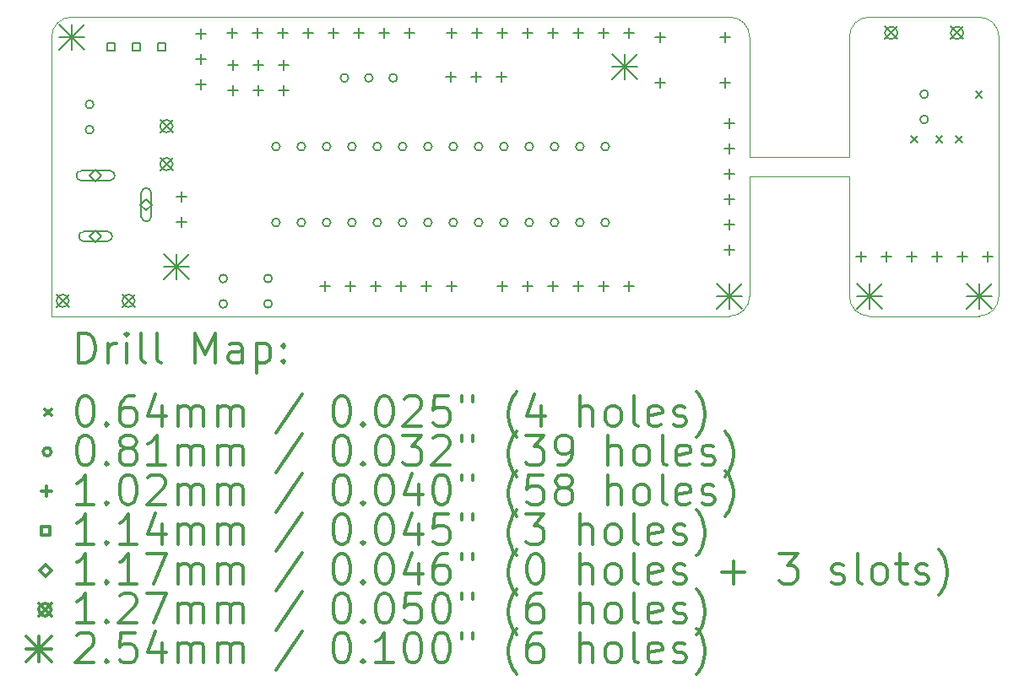
<source format=gbr>
%FSLAX45Y45*%
G04 Gerber Fmt 4.5, Leading zero omitted, Abs format (unit mm)*
G04 Created by KiCad (PCBNEW (2014-11-14 BZR 5284)-product) date Mon Dec  1 14:26:41 2014*
%MOMM*%
G01*
G04 APERTURE LIST*
%ADD10C,0.127000*%
%ADD11C,0.100000*%
%ADD12C,0.200000*%
%ADD13C,0.300000*%
G04 APERTURE END LIST*
D10*
D11*
X11000000Y-4600000D02*
X11000000Y-5800000D01*
X10000000Y-4600000D02*
X11000000Y-4600000D01*
X10000000Y-5800000D02*
X10000000Y-4600000D01*
X11000000Y-4400000D02*
X11000000Y-3200000D01*
X10000000Y-4400000D02*
X11000000Y-4400000D01*
X10000000Y-3200000D02*
X10000000Y-4400000D01*
X12300000Y-3000000D02*
X11200000Y-3000000D01*
X12500000Y-5800000D02*
X12500000Y-3200000D01*
X11200000Y-6000000D02*
X12300000Y-6000000D01*
X12300000Y-6000000D02*
G75*
G03X12500000Y-5800000I0J200000D01*
G01*
X11000000Y-5800000D02*
G75*
G03X11200000Y-6000000I200000J0D01*
G01*
X12500000Y-3200000D02*
G75*
G03X12300000Y-3000000I-200000J0D01*
G01*
X11200000Y-3000000D02*
G75*
G03X11000000Y-3200000I0J-200000D01*
G01*
X10000000Y-3200000D02*
G75*
G03X9800000Y-3000000I-200000J0D01*
G01*
X9800000Y-6000000D02*
G75*
G03X10000000Y-5800000I0J200000D01*
G01*
X3200000Y-3000000D02*
G75*
G03X3000000Y-3200000I0J-200000D01*
G01*
X3000000Y-6000000D02*
X3000000Y-3200000D01*
X9800000Y-6000000D02*
X3000000Y-6000000D01*
X3200000Y-3000000D02*
X9800000Y-3000000D01*
D12*
X11618250Y-4193250D02*
X11681750Y-4256750D01*
X11681750Y-4193250D02*
X11618250Y-4256750D01*
X11868250Y-4193250D02*
X11931750Y-4256750D01*
X11931750Y-4193250D02*
X11868250Y-4256750D01*
X12068250Y-4193250D02*
X12131750Y-4256750D01*
X12131750Y-4193250D02*
X12068250Y-4256750D01*
X12268250Y-3743250D02*
X12331750Y-3806750D01*
X12331750Y-3743250D02*
X12268250Y-3806750D01*
X3420640Y-3876000D02*
G75*
G03X3420640Y-3876000I-40640J0D01*
G01*
X3420640Y-4130000D02*
G75*
G03X3420640Y-4130000I-40640J0D01*
G01*
X4760640Y-5623000D02*
G75*
G03X4760640Y-5623000I-40640J0D01*
G01*
X4760640Y-5877000D02*
G75*
G03X4760640Y-5877000I-40640J0D01*
G01*
X5210640Y-5623000D02*
G75*
G03X5210640Y-5623000I-40640J0D01*
G01*
X5210640Y-5877000D02*
G75*
G03X5210640Y-5877000I-40640J0D01*
G01*
X5289640Y-4299000D02*
G75*
G03X5289640Y-4299000I-40640J0D01*
G01*
X5289640Y-5061000D02*
G75*
G03X5289640Y-5061000I-40640J0D01*
G01*
X5543640Y-4299000D02*
G75*
G03X5543640Y-4299000I-40640J0D01*
G01*
X5543640Y-5061000D02*
G75*
G03X5543640Y-5061000I-40640J0D01*
G01*
X5797640Y-4299000D02*
G75*
G03X5797640Y-4299000I-40640J0D01*
G01*
X5797640Y-5061000D02*
G75*
G03X5797640Y-5061000I-40640J0D01*
G01*
X5976546Y-3610000D02*
G75*
G03X5976546Y-3610000I-40640J0D01*
G01*
X6051640Y-4299000D02*
G75*
G03X6051640Y-4299000I-40640J0D01*
G01*
X6051640Y-5061000D02*
G75*
G03X6051640Y-5061000I-40640J0D01*
G01*
X6220640Y-3610000D02*
G75*
G03X6220640Y-3610000I-40640J0D01*
G01*
X6305640Y-4299000D02*
G75*
G03X6305640Y-4299000I-40640J0D01*
G01*
X6305640Y-5061000D02*
G75*
G03X6305640Y-5061000I-40640J0D01*
G01*
X6464734Y-3610000D02*
G75*
G03X6464734Y-3610000I-40640J0D01*
G01*
X6559640Y-4299000D02*
G75*
G03X6559640Y-4299000I-40640J0D01*
G01*
X6559640Y-5061000D02*
G75*
G03X6559640Y-5061000I-40640J0D01*
G01*
X6813640Y-4299000D02*
G75*
G03X6813640Y-4299000I-40640J0D01*
G01*
X6813640Y-5061000D02*
G75*
G03X6813640Y-5061000I-40640J0D01*
G01*
X7067640Y-4299000D02*
G75*
G03X7067640Y-4299000I-40640J0D01*
G01*
X7067640Y-5061000D02*
G75*
G03X7067640Y-5061000I-40640J0D01*
G01*
X7321640Y-4299000D02*
G75*
G03X7321640Y-4299000I-40640J0D01*
G01*
X7321640Y-5061000D02*
G75*
G03X7321640Y-5061000I-40640J0D01*
G01*
X7575640Y-4299000D02*
G75*
G03X7575640Y-4299000I-40640J0D01*
G01*
X7575640Y-5061000D02*
G75*
G03X7575640Y-5061000I-40640J0D01*
G01*
X7829640Y-4299000D02*
G75*
G03X7829640Y-4299000I-40640J0D01*
G01*
X7829640Y-5061000D02*
G75*
G03X7829640Y-5061000I-40640J0D01*
G01*
X8083640Y-4299000D02*
G75*
G03X8083640Y-4299000I-40640J0D01*
G01*
X8083640Y-5061000D02*
G75*
G03X8083640Y-5061000I-40640J0D01*
G01*
X8337640Y-4299000D02*
G75*
G03X8337640Y-4299000I-40640J0D01*
G01*
X8337640Y-5061000D02*
G75*
G03X8337640Y-5061000I-40640J0D01*
G01*
X8591640Y-4299000D02*
G75*
G03X8591640Y-4299000I-40640J0D01*
G01*
X8591640Y-5061000D02*
G75*
G03X8591640Y-5061000I-40640J0D01*
G01*
X11790640Y-3773000D02*
G75*
G03X11790640Y-3773000I-40640J0D01*
G01*
X11790640Y-4027000D02*
G75*
G03X11790640Y-4027000I-40640J0D01*
G01*
X4300000Y-4747200D02*
X4300000Y-4848800D01*
X4249200Y-4798000D02*
X4350800Y-4798000D01*
X4300000Y-5001200D02*
X4300000Y-5102800D01*
X4249200Y-5052000D02*
X4350800Y-5052000D01*
X4500000Y-3120200D02*
X4500000Y-3221800D01*
X4449200Y-3171000D02*
X4550800Y-3171000D01*
X4500000Y-3374200D02*
X4500000Y-3475800D01*
X4449200Y-3425000D02*
X4550800Y-3425000D01*
X4500000Y-3628200D02*
X4500000Y-3729800D01*
X4449200Y-3679000D02*
X4550800Y-3679000D01*
X4811000Y-3109200D02*
X4811000Y-3210800D01*
X4760200Y-3160000D02*
X4861800Y-3160000D01*
X4816000Y-3432200D02*
X4816000Y-3533800D01*
X4765200Y-3483000D02*
X4866800Y-3483000D01*
X4816000Y-3686200D02*
X4816000Y-3787800D01*
X4765200Y-3737000D02*
X4866800Y-3737000D01*
X5065000Y-3109200D02*
X5065000Y-3210800D01*
X5014200Y-3160000D02*
X5115800Y-3160000D01*
X5070000Y-3432200D02*
X5070000Y-3533800D01*
X5019200Y-3483000D02*
X5120800Y-3483000D01*
X5070000Y-3686200D02*
X5070000Y-3787800D01*
X5019200Y-3737000D02*
X5120800Y-3737000D01*
X5319000Y-3109200D02*
X5319000Y-3210800D01*
X5268200Y-3160000D02*
X5369800Y-3160000D01*
X5324000Y-3432200D02*
X5324000Y-3533800D01*
X5273200Y-3483000D02*
X5374800Y-3483000D01*
X5324000Y-3686200D02*
X5324000Y-3787800D01*
X5273200Y-3737000D02*
X5374800Y-3737000D01*
X5573000Y-3109200D02*
X5573000Y-3210800D01*
X5522200Y-3160000D02*
X5623800Y-3160000D01*
X5745000Y-5649200D02*
X5745000Y-5750800D01*
X5694200Y-5700000D02*
X5795800Y-5700000D01*
X5827000Y-3109200D02*
X5827000Y-3210800D01*
X5776200Y-3160000D02*
X5877800Y-3160000D01*
X5999000Y-5649200D02*
X5999000Y-5750800D01*
X5948200Y-5700000D02*
X6049800Y-5700000D01*
X6081000Y-3109200D02*
X6081000Y-3210800D01*
X6030200Y-3160000D02*
X6131800Y-3160000D01*
X6253000Y-5649200D02*
X6253000Y-5750800D01*
X6202200Y-5700000D02*
X6303800Y-5700000D01*
X6335000Y-3109200D02*
X6335000Y-3210800D01*
X6284200Y-3160000D02*
X6385800Y-3160000D01*
X6507000Y-5649200D02*
X6507000Y-5750800D01*
X6456200Y-5700000D02*
X6557800Y-5700000D01*
X6589000Y-3109200D02*
X6589000Y-3210800D01*
X6538200Y-3160000D02*
X6639800Y-3160000D01*
X6761000Y-5649200D02*
X6761000Y-5750800D01*
X6710200Y-5700000D02*
X6811800Y-5700000D01*
X7006000Y-3549200D02*
X7006000Y-3650800D01*
X6955200Y-3600000D02*
X7056800Y-3600000D01*
X7011000Y-3109200D02*
X7011000Y-3210800D01*
X6960200Y-3160000D02*
X7061800Y-3160000D01*
X7015000Y-5649200D02*
X7015000Y-5750800D01*
X6964200Y-5700000D02*
X7065800Y-5700000D01*
X7260000Y-3549200D02*
X7260000Y-3650800D01*
X7209200Y-3600000D02*
X7310800Y-3600000D01*
X7265000Y-3109200D02*
X7265000Y-3210800D01*
X7214200Y-3160000D02*
X7315800Y-3160000D01*
X7514000Y-3549200D02*
X7514000Y-3650800D01*
X7463200Y-3600000D02*
X7564800Y-3600000D01*
X7515000Y-5649200D02*
X7515000Y-5750800D01*
X7464200Y-5700000D02*
X7565800Y-5700000D01*
X7519000Y-3109200D02*
X7519000Y-3210800D01*
X7468200Y-3160000D02*
X7569800Y-3160000D01*
X7769000Y-5649200D02*
X7769000Y-5750800D01*
X7718200Y-5700000D02*
X7819800Y-5700000D01*
X7773000Y-3109200D02*
X7773000Y-3210800D01*
X7722200Y-3160000D02*
X7823800Y-3160000D01*
X8023000Y-5649200D02*
X8023000Y-5750800D01*
X7972200Y-5700000D02*
X8073800Y-5700000D01*
X8027000Y-3109200D02*
X8027000Y-3210800D01*
X7976200Y-3160000D02*
X8077800Y-3160000D01*
X8277000Y-5649200D02*
X8277000Y-5750800D01*
X8226200Y-5700000D02*
X8327800Y-5700000D01*
X8281000Y-3109200D02*
X8281000Y-3210800D01*
X8230200Y-3160000D02*
X8331800Y-3160000D01*
X8531000Y-5649200D02*
X8531000Y-5750800D01*
X8480200Y-5700000D02*
X8581800Y-5700000D01*
X8535000Y-3109200D02*
X8535000Y-3210800D01*
X8484200Y-3160000D02*
X8585800Y-3160000D01*
X8785000Y-5649200D02*
X8785000Y-5750800D01*
X8734200Y-5700000D02*
X8835800Y-5700000D01*
X8789000Y-3109200D02*
X8789000Y-3210800D01*
X8738200Y-3160000D02*
X8839800Y-3160000D01*
X9105000Y-3154200D02*
X9105000Y-3255800D01*
X9054200Y-3205000D02*
X9155800Y-3205000D01*
X9105000Y-3604200D02*
X9105000Y-3705800D01*
X9054200Y-3655000D02*
X9155800Y-3655000D01*
X9755000Y-3154200D02*
X9755000Y-3255800D01*
X9704200Y-3205000D02*
X9805800Y-3205000D01*
X9755000Y-3604200D02*
X9755000Y-3705800D01*
X9704200Y-3655000D02*
X9805800Y-3655000D01*
X9800000Y-4014200D02*
X9800000Y-4115800D01*
X9749200Y-4065000D02*
X9850800Y-4065000D01*
X9800000Y-4268200D02*
X9800000Y-4369800D01*
X9749200Y-4319000D02*
X9850800Y-4319000D01*
X9800000Y-4522200D02*
X9800000Y-4623800D01*
X9749200Y-4573000D02*
X9850800Y-4573000D01*
X9800000Y-4776200D02*
X9800000Y-4877800D01*
X9749200Y-4827000D02*
X9850800Y-4827000D01*
X9800000Y-5030200D02*
X9800000Y-5131800D01*
X9749200Y-5081000D02*
X9850800Y-5081000D01*
X9800000Y-5284200D02*
X9800000Y-5385800D01*
X9749200Y-5335000D02*
X9850800Y-5335000D01*
X11115000Y-5349200D02*
X11115000Y-5450800D01*
X11064200Y-5400000D02*
X11165800Y-5400000D01*
X11369000Y-5349200D02*
X11369000Y-5450800D01*
X11318200Y-5400000D02*
X11419800Y-5400000D01*
X11623000Y-5349200D02*
X11623000Y-5450800D01*
X11572200Y-5400000D02*
X11673800Y-5400000D01*
X11877000Y-5349200D02*
X11877000Y-5450800D01*
X11826200Y-5400000D02*
X11927800Y-5400000D01*
X12131000Y-5349200D02*
X12131000Y-5450800D01*
X12080200Y-5400000D02*
X12181800Y-5400000D01*
X12385000Y-5349200D02*
X12385000Y-5450800D01*
X12334200Y-5400000D02*
X12435800Y-5400000D01*
X3636411Y-3340411D02*
X3636411Y-3259588D01*
X3555588Y-3259588D01*
X3555588Y-3340411D01*
X3636411Y-3340411D01*
X3890411Y-3340411D02*
X3890411Y-3259588D01*
X3809588Y-3259588D01*
X3809588Y-3340411D01*
X3890411Y-3340411D01*
X4144411Y-3340411D02*
X4144411Y-3259588D01*
X4063588Y-3259588D01*
X4063588Y-3340411D01*
X4144411Y-3340411D01*
X3440000Y-4648820D02*
X3498420Y-4590400D01*
X3440000Y-4531980D01*
X3381580Y-4590400D01*
X3440000Y-4648820D01*
X3295220Y-4638820D02*
X3584780Y-4638820D01*
X3295220Y-4541980D02*
X3584780Y-4541980D01*
X3584780Y-4638820D02*
G75*
G03X3584780Y-4541980I0J48420D01*
G01*
X3295220Y-4541980D02*
G75*
G03X3295220Y-4638820I0J-48420D01*
G01*
X3440000Y-5258420D02*
X3498420Y-5200000D01*
X3440000Y-5141580D01*
X3381580Y-5200000D01*
X3440000Y-5258420D01*
X3320620Y-5248420D02*
X3559380Y-5248420D01*
X3320620Y-5151580D02*
X3559380Y-5151580D01*
X3559380Y-5248420D02*
G75*
G03X3559380Y-5151580I0J48420D01*
G01*
X3320620Y-5151580D02*
G75*
G03X3320620Y-5248420I0J-48420D01*
G01*
X3948000Y-4940920D02*
X4006420Y-4882500D01*
X3948000Y-4824080D01*
X3889580Y-4882500D01*
X3948000Y-4940920D01*
X3996420Y-5001880D02*
X3996420Y-4763120D01*
X3899580Y-5001880D02*
X3899580Y-4763120D01*
X3996420Y-4763120D02*
G75*
G03X3899580Y-4763120I-48420J0D01*
G01*
X3899580Y-5001880D02*
G75*
G03X3996420Y-5001880I48420J0D01*
G01*
X3046300Y-5783200D02*
X3173300Y-5910200D01*
X3173300Y-5783200D02*
X3046300Y-5910200D01*
X3173300Y-5846700D02*
G75*
G03X3173300Y-5846700I-63500J0D01*
G01*
X3706700Y-5783200D02*
X3833700Y-5910200D01*
X3833700Y-5783200D02*
X3706700Y-5910200D01*
X3833700Y-5846700D02*
G75*
G03X3833700Y-5846700I-63500J0D01*
G01*
X4086500Y-4030500D02*
X4213500Y-4157500D01*
X4213500Y-4030500D02*
X4086500Y-4157500D01*
X4213500Y-4094000D02*
G75*
G03X4213500Y-4094000I-63500J0D01*
G01*
X4086500Y-4411500D02*
X4213500Y-4538500D01*
X4213500Y-4411500D02*
X4086500Y-4538500D01*
X4213500Y-4475000D02*
G75*
G03X4213500Y-4475000I-63500J0D01*
G01*
X11356300Y-3094800D02*
X11483300Y-3221800D01*
X11483300Y-3094800D02*
X11356300Y-3221800D01*
X11483300Y-3158300D02*
G75*
G03X11483300Y-3158300I-63500J0D01*
G01*
X12016700Y-3094800D02*
X12143700Y-3221800D01*
X12143700Y-3094800D02*
X12016700Y-3221800D01*
X12143700Y-3158300D02*
G75*
G03X12143700Y-3158300I-63500J0D01*
G01*
X3073000Y-3073000D02*
X3327000Y-3327000D01*
X3327000Y-3073000D02*
X3073000Y-3327000D01*
X3200000Y-3073000D02*
X3200000Y-3327000D01*
X3073000Y-3200000D02*
X3327000Y-3200000D01*
X4123000Y-5373000D02*
X4377000Y-5627000D01*
X4377000Y-5373000D02*
X4123000Y-5627000D01*
X4250000Y-5373000D02*
X4250000Y-5627000D01*
X4123000Y-5500000D02*
X4377000Y-5500000D01*
X8623000Y-3373000D02*
X8877000Y-3627000D01*
X8877000Y-3373000D02*
X8623000Y-3627000D01*
X8750000Y-3373000D02*
X8750000Y-3627000D01*
X8623000Y-3500000D02*
X8877000Y-3500000D01*
X9673000Y-5673000D02*
X9927000Y-5927000D01*
X9927000Y-5673000D02*
X9673000Y-5927000D01*
X9800000Y-5673000D02*
X9800000Y-5927000D01*
X9673000Y-5800000D02*
X9927000Y-5800000D01*
X11073000Y-5673000D02*
X11327000Y-5927000D01*
X11327000Y-5673000D02*
X11073000Y-5927000D01*
X11200000Y-5673000D02*
X11200000Y-5927000D01*
X11073000Y-5800000D02*
X11327000Y-5800000D01*
X12173000Y-5673000D02*
X12427000Y-5927000D01*
X12427000Y-5673000D02*
X12173000Y-5927000D01*
X12300000Y-5673000D02*
X12300000Y-5927000D01*
X12173000Y-5800000D02*
X12427000Y-5800000D01*
D13*
X3266428Y-6470714D02*
X3266428Y-6170714D01*
X3337857Y-6170714D01*
X3380714Y-6185000D01*
X3409286Y-6213571D01*
X3423571Y-6242143D01*
X3437857Y-6299286D01*
X3437857Y-6342143D01*
X3423571Y-6399286D01*
X3409286Y-6427857D01*
X3380714Y-6456429D01*
X3337857Y-6470714D01*
X3266428Y-6470714D01*
X3566428Y-6470714D02*
X3566428Y-6270714D01*
X3566428Y-6327857D02*
X3580714Y-6299286D01*
X3595000Y-6285000D01*
X3623571Y-6270714D01*
X3652143Y-6270714D01*
X3752143Y-6470714D02*
X3752143Y-6270714D01*
X3752143Y-6170714D02*
X3737857Y-6185000D01*
X3752143Y-6199286D01*
X3766428Y-6185000D01*
X3752143Y-6170714D01*
X3752143Y-6199286D01*
X3937857Y-6470714D02*
X3909286Y-6456429D01*
X3895000Y-6427857D01*
X3895000Y-6170714D01*
X4095000Y-6470714D02*
X4066428Y-6456429D01*
X4052143Y-6427857D01*
X4052143Y-6170714D01*
X4437857Y-6470714D02*
X4437857Y-6170714D01*
X4537857Y-6385000D01*
X4637857Y-6170714D01*
X4637857Y-6470714D01*
X4909286Y-6470714D02*
X4909286Y-6313571D01*
X4895000Y-6285000D01*
X4866429Y-6270714D01*
X4809286Y-6270714D01*
X4780714Y-6285000D01*
X4909286Y-6456429D02*
X4880714Y-6470714D01*
X4809286Y-6470714D01*
X4780714Y-6456429D01*
X4766429Y-6427857D01*
X4766429Y-6399286D01*
X4780714Y-6370714D01*
X4809286Y-6356429D01*
X4880714Y-6356429D01*
X4909286Y-6342143D01*
X5052143Y-6270714D02*
X5052143Y-6570714D01*
X5052143Y-6285000D02*
X5080714Y-6270714D01*
X5137857Y-6270714D01*
X5166429Y-6285000D01*
X5180714Y-6299286D01*
X5195000Y-6327857D01*
X5195000Y-6413571D01*
X5180714Y-6442143D01*
X5166429Y-6456429D01*
X5137857Y-6470714D01*
X5080714Y-6470714D01*
X5052143Y-6456429D01*
X5323571Y-6442143D02*
X5337857Y-6456429D01*
X5323571Y-6470714D01*
X5309286Y-6456429D01*
X5323571Y-6442143D01*
X5323571Y-6470714D01*
X5323571Y-6285000D02*
X5337857Y-6299286D01*
X5323571Y-6313571D01*
X5309286Y-6299286D01*
X5323571Y-6285000D01*
X5323571Y-6313571D01*
X2931500Y-6933250D02*
X2995000Y-6996750D01*
X2995000Y-6933250D02*
X2931500Y-6996750D01*
X3323571Y-6800714D02*
X3352143Y-6800714D01*
X3380714Y-6815000D01*
X3395000Y-6829286D01*
X3409286Y-6857857D01*
X3423571Y-6915000D01*
X3423571Y-6986429D01*
X3409286Y-7043571D01*
X3395000Y-7072143D01*
X3380714Y-7086429D01*
X3352143Y-7100714D01*
X3323571Y-7100714D01*
X3295000Y-7086429D01*
X3280714Y-7072143D01*
X3266428Y-7043571D01*
X3252143Y-6986429D01*
X3252143Y-6915000D01*
X3266428Y-6857857D01*
X3280714Y-6829286D01*
X3295000Y-6815000D01*
X3323571Y-6800714D01*
X3552143Y-7072143D02*
X3566428Y-7086429D01*
X3552143Y-7100714D01*
X3537857Y-7086429D01*
X3552143Y-7072143D01*
X3552143Y-7100714D01*
X3823571Y-6800714D02*
X3766428Y-6800714D01*
X3737857Y-6815000D01*
X3723571Y-6829286D01*
X3695000Y-6872143D01*
X3680714Y-6929286D01*
X3680714Y-7043571D01*
X3695000Y-7072143D01*
X3709286Y-7086429D01*
X3737857Y-7100714D01*
X3795000Y-7100714D01*
X3823571Y-7086429D01*
X3837857Y-7072143D01*
X3852143Y-7043571D01*
X3852143Y-6972143D01*
X3837857Y-6943571D01*
X3823571Y-6929286D01*
X3795000Y-6915000D01*
X3737857Y-6915000D01*
X3709286Y-6929286D01*
X3695000Y-6943571D01*
X3680714Y-6972143D01*
X4109286Y-6900714D02*
X4109286Y-7100714D01*
X4037857Y-6786429D02*
X3966428Y-7000714D01*
X4152143Y-7000714D01*
X4266429Y-7100714D02*
X4266429Y-6900714D01*
X4266429Y-6929286D02*
X4280714Y-6915000D01*
X4309286Y-6900714D01*
X4352143Y-6900714D01*
X4380714Y-6915000D01*
X4395000Y-6943571D01*
X4395000Y-7100714D01*
X4395000Y-6943571D02*
X4409286Y-6915000D01*
X4437857Y-6900714D01*
X4480714Y-6900714D01*
X4509286Y-6915000D01*
X4523571Y-6943571D01*
X4523571Y-7100714D01*
X4666429Y-7100714D02*
X4666429Y-6900714D01*
X4666429Y-6929286D02*
X4680714Y-6915000D01*
X4709286Y-6900714D01*
X4752143Y-6900714D01*
X4780714Y-6915000D01*
X4795000Y-6943571D01*
X4795000Y-7100714D01*
X4795000Y-6943571D02*
X4809286Y-6915000D01*
X4837857Y-6900714D01*
X4880714Y-6900714D01*
X4909286Y-6915000D01*
X4923571Y-6943571D01*
X4923571Y-7100714D01*
X5509286Y-6786429D02*
X5252143Y-7172143D01*
X5895000Y-6800714D02*
X5923571Y-6800714D01*
X5952143Y-6815000D01*
X5966428Y-6829286D01*
X5980714Y-6857857D01*
X5995000Y-6915000D01*
X5995000Y-6986429D01*
X5980714Y-7043571D01*
X5966428Y-7072143D01*
X5952143Y-7086429D01*
X5923571Y-7100714D01*
X5895000Y-7100714D01*
X5866428Y-7086429D01*
X5852143Y-7072143D01*
X5837857Y-7043571D01*
X5823571Y-6986429D01*
X5823571Y-6915000D01*
X5837857Y-6857857D01*
X5852143Y-6829286D01*
X5866428Y-6815000D01*
X5895000Y-6800714D01*
X6123571Y-7072143D02*
X6137857Y-7086429D01*
X6123571Y-7100714D01*
X6109286Y-7086429D01*
X6123571Y-7072143D01*
X6123571Y-7100714D01*
X6323571Y-6800714D02*
X6352143Y-6800714D01*
X6380714Y-6815000D01*
X6395000Y-6829286D01*
X6409285Y-6857857D01*
X6423571Y-6915000D01*
X6423571Y-6986429D01*
X6409285Y-7043571D01*
X6395000Y-7072143D01*
X6380714Y-7086429D01*
X6352143Y-7100714D01*
X6323571Y-7100714D01*
X6295000Y-7086429D01*
X6280714Y-7072143D01*
X6266428Y-7043571D01*
X6252143Y-6986429D01*
X6252143Y-6915000D01*
X6266428Y-6857857D01*
X6280714Y-6829286D01*
X6295000Y-6815000D01*
X6323571Y-6800714D01*
X6537857Y-6829286D02*
X6552143Y-6815000D01*
X6580714Y-6800714D01*
X6652143Y-6800714D01*
X6680714Y-6815000D01*
X6695000Y-6829286D01*
X6709285Y-6857857D01*
X6709285Y-6886429D01*
X6695000Y-6929286D01*
X6523571Y-7100714D01*
X6709285Y-7100714D01*
X6980714Y-6800714D02*
X6837857Y-6800714D01*
X6823571Y-6943571D01*
X6837857Y-6929286D01*
X6866428Y-6915000D01*
X6937857Y-6915000D01*
X6966428Y-6929286D01*
X6980714Y-6943571D01*
X6995000Y-6972143D01*
X6995000Y-7043571D01*
X6980714Y-7072143D01*
X6966428Y-7086429D01*
X6937857Y-7100714D01*
X6866428Y-7100714D01*
X6837857Y-7086429D01*
X6823571Y-7072143D01*
X7109286Y-6800714D02*
X7109286Y-6857857D01*
X7223571Y-6800714D02*
X7223571Y-6857857D01*
X7666428Y-7215000D02*
X7652143Y-7200714D01*
X7623571Y-7157857D01*
X7609285Y-7129286D01*
X7595000Y-7086429D01*
X7580714Y-7015000D01*
X7580714Y-6957857D01*
X7595000Y-6886429D01*
X7609285Y-6843571D01*
X7623571Y-6815000D01*
X7652143Y-6772143D01*
X7666428Y-6757857D01*
X7909285Y-6900714D02*
X7909285Y-7100714D01*
X7837857Y-6786429D02*
X7766428Y-7000714D01*
X7952143Y-7000714D01*
X8295000Y-7100714D02*
X8295000Y-6800714D01*
X8423571Y-7100714D02*
X8423571Y-6943571D01*
X8409286Y-6915000D01*
X8380714Y-6900714D01*
X8337857Y-6900714D01*
X8309285Y-6915000D01*
X8295000Y-6929286D01*
X8609286Y-7100714D02*
X8580714Y-7086429D01*
X8566428Y-7072143D01*
X8552143Y-7043571D01*
X8552143Y-6957857D01*
X8566428Y-6929286D01*
X8580714Y-6915000D01*
X8609286Y-6900714D01*
X8652143Y-6900714D01*
X8680714Y-6915000D01*
X8695000Y-6929286D01*
X8709286Y-6957857D01*
X8709286Y-7043571D01*
X8695000Y-7072143D01*
X8680714Y-7086429D01*
X8652143Y-7100714D01*
X8609286Y-7100714D01*
X8880714Y-7100714D02*
X8852143Y-7086429D01*
X8837857Y-7057857D01*
X8837857Y-6800714D01*
X9109286Y-7086429D02*
X9080714Y-7100714D01*
X9023571Y-7100714D01*
X8995000Y-7086429D01*
X8980714Y-7057857D01*
X8980714Y-6943571D01*
X8995000Y-6915000D01*
X9023571Y-6900714D01*
X9080714Y-6900714D01*
X9109286Y-6915000D01*
X9123571Y-6943571D01*
X9123571Y-6972143D01*
X8980714Y-7000714D01*
X9237857Y-7086429D02*
X9266429Y-7100714D01*
X9323571Y-7100714D01*
X9352143Y-7086429D01*
X9366429Y-7057857D01*
X9366429Y-7043571D01*
X9352143Y-7015000D01*
X9323571Y-7000714D01*
X9280714Y-7000714D01*
X9252143Y-6986429D01*
X9237857Y-6957857D01*
X9237857Y-6943571D01*
X9252143Y-6915000D01*
X9280714Y-6900714D01*
X9323571Y-6900714D01*
X9352143Y-6915000D01*
X9466428Y-7215000D02*
X9480714Y-7200714D01*
X9509286Y-7157857D01*
X9523571Y-7129286D01*
X9537857Y-7086429D01*
X9552143Y-7015000D01*
X9552143Y-6957857D01*
X9537857Y-6886429D01*
X9523571Y-6843571D01*
X9509286Y-6815000D01*
X9480714Y-6772143D01*
X9466428Y-6757857D01*
X2995000Y-7361000D02*
G75*
G03X2995000Y-7361000I-40640J0D01*
G01*
X3323571Y-7196714D02*
X3352143Y-7196714D01*
X3380714Y-7211000D01*
X3395000Y-7225286D01*
X3409286Y-7253857D01*
X3423571Y-7311000D01*
X3423571Y-7382429D01*
X3409286Y-7439571D01*
X3395000Y-7468143D01*
X3380714Y-7482429D01*
X3352143Y-7496714D01*
X3323571Y-7496714D01*
X3295000Y-7482429D01*
X3280714Y-7468143D01*
X3266428Y-7439571D01*
X3252143Y-7382429D01*
X3252143Y-7311000D01*
X3266428Y-7253857D01*
X3280714Y-7225286D01*
X3295000Y-7211000D01*
X3323571Y-7196714D01*
X3552143Y-7468143D02*
X3566428Y-7482429D01*
X3552143Y-7496714D01*
X3537857Y-7482429D01*
X3552143Y-7468143D01*
X3552143Y-7496714D01*
X3737857Y-7325286D02*
X3709286Y-7311000D01*
X3695000Y-7296714D01*
X3680714Y-7268143D01*
X3680714Y-7253857D01*
X3695000Y-7225286D01*
X3709286Y-7211000D01*
X3737857Y-7196714D01*
X3795000Y-7196714D01*
X3823571Y-7211000D01*
X3837857Y-7225286D01*
X3852143Y-7253857D01*
X3852143Y-7268143D01*
X3837857Y-7296714D01*
X3823571Y-7311000D01*
X3795000Y-7325286D01*
X3737857Y-7325286D01*
X3709286Y-7339571D01*
X3695000Y-7353857D01*
X3680714Y-7382429D01*
X3680714Y-7439571D01*
X3695000Y-7468143D01*
X3709286Y-7482429D01*
X3737857Y-7496714D01*
X3795000Y-7496714D01*
X3823571Y-7482429D01*
X3837857Y-7468143D01*
X3852143Y-7439571D01*
X3852143Y-7382429D01*
X3837857Y-7353857D01*
X3823571Y-7339571D01*
X3795000Y-7325286D01*
X4137857Y-7496714D02*
X3966428Y-7496714D01*
X4052143Y-7496714D02*
X4052143Y-7196714D01*
X4023571Y-7239571D01*
X3995000Y-7268143D01*
X3966428Y-7282429D01*
X4266429Y-7496714D02*
X4266429Y-7296714D01*
X4266429Y-7325286D02*
X4280714Y-7311000D01*
X4309286Y-7296714D01*
X4352143Y-7296714D01*
X4380714Y-7311000D01*
X4395000Y-7339571D01*
X4395000Y-7496714D01*
X4395000Y-7339571D02*
X4409286Y-7311000D01*
X4437857Y-7296714D01*
X4480714Y-7296714D01*
X4509286Y-7311000D01*
X4523571Y-7339571D01*
X4523571Y-7496714D01*
X4666429Y-7496714D02*
X4666429Y-7296714D01*
X4666429Y-7325286D02*
X4680714Y-7311000D01*
X4709286Y-7296714D01*
X4752143Y-7296714D01*
X4780714Y-7311000D01*
X4795000Y-7339571D01*
X4795000Y-7496714D01*
X4795000Y-7339571D02*
X4809286Y-7311000D01*
X4837857Y-7296714D01*
X4880714Y-7296714D01*
X4909286Y-7311000D01*
X4923571Y-7339571D01*
X4923571Y-7496714D01*
X5509286Y-7182429D02*
X5252143Y-7568143D01*
X5895000Y-7196714D02*
X5923571Y-7196714D01*
X5952143Y-7211000D01*
X5966428Y-7225286D01*
X5980714Y-7253857D01*
X5995000Y-7311000D01*
X5995000Y-7382429D01*
X5980714Y-7439571D01*
X5966428Y-7468143D01*
X5952143Y-7482429D01*
X5923571Y-7496714D01*
X5895000Y-7496714D01*
X5866428Y-7482429D01*
X5852143Y-7468143D01*
X5837857Y-7439571D01*
X5823571Y-7382429D01*
X5823571Y-7311000D01*
X5837857Y-7253857D01*
X5852143Y-7225286D01*
X5866428Y-7211000D01*
X5895000Y-7196714D01*
X6123571Y-7468143D02*
X6137857Y-7482429D01*
X6123571Y-7496714D01*
X6109286Y-7482429D01*
X6123571Y-7468143D01*
X6123571Y-7496714D01*
X6323571Y-7196714D02*
X6352143Y-7196714D01*
X6380714Y-7211000D01*
X6395000Y-7225286D01*
X6409285Y-7253857D01*
X6423571Y-7311000D01*
X6423571Y-7382429D01*
X6409285Y-7439571D01*
X6395000Y-7468143D01*
X6380714Y-7482429D01*
X6352143Y-7496714D01*
X6323571Y-7496714D01*
X6295000Y-7482429D01*
X6280714Y-7468143D01*
X6266428Y-7439571D01*
X6252143Y-7382429D01*
X6252143Y-7311000D01*
X6266428Y-7253857D01*
X6280714Y-7225286D01*
X6295000Y-7211000D01*
X6323571Y-7196714D01*
X6523571Y-7196714D02*
X6709285Y-7196714D01*
X6609285Y-7311000D01*
X6652143Y-7311000D01*
X6680714Y-7325286D01*
X6695000Y-7339571D01*
X6709285Y-7368143D01*
X6709285Y-7439571D01*
X6695000Y-7468143D01*
X6680714Y-7482429D01*
X6652143Y-7496714D01*
X6566428Y-7496714D01*
X6537857Y-7482429D01*
X6523571Y-7468143D01*
X6823571Y-7225286D02*
X6837857Y-7211000D01*
X6866428Y-7196714D01*
X6937857Y-7196714D01*
X6966428Y-7211000D01*
X6980714Y-7225286D01*
X6995000Y-7253857D01*
X6995000Y-7282429D01*
X6980714Y-7325286D01*
X6809285Y-7496714D01*
X6995000Y-7496714D01*
X7109286Y-7196714D02*
X7109286Y-7253857D01*
X7223571Y-7196714D02*
X7223571Y-7253857D01*
X7666428Y-7611000D02*
X7652143Y-7596714D01*
X7623571Y-7553857D01*
X7609285Y-7525286D01*
X7595000Y-7482429D01*
X7580714Y-7411000D01*
X7580714Y-7353857D01*
X7595000Y-7282429D01*
X7609285Y-7239571D01*
X7623571Y-7211000D01*
X7652143Y-7168143D01*
X7666428Y-7153857D01*
X7752143Y-7196714D02*
X7937857Y-7196714D01*
X7837857Y-7311000D01*
X7880714Y-7311000D01*
X7909285Y-7325286D01*
X7923571Y-7339571D01*
X7937857Y-7368143D01*
X7937857Y-7439571D01*
X7923571Y-7468143D01*
X7909285Y-7482429D01*
X7880714Y-7496714D01*
X7795000Y-7496714D01*
X7766428Y-7482429D01*
X7752143Y-7468143D01*
X8080714Y-7496714D02*
X8137857Y-7496714D01*
X8166428Y-7482429D01*
X8180714Y-7468143D01*
X8209285Y-7425286D01*
X8223571Y-7368143D01*
X8223571Y-7253857D01*
X8209285Y-7225286D01*
X8195000Y-7211000D01*
X8166428Y-7196714D01*
X8109285Y-7196714D01*
X8080714Y-7211000D01*
X8066428Y-7225286D01*
X8052143Y-7253857D01*
X8052143Y-7325286D01*
X8066428Y-7353857D01*
X8080714Y-7368143D01*
X8109285Y-7382429D01*
X8166428Y-7382429D01*
X8195000Y-7368143D01*
X8209285Y-7353857D01*
X8223571Y-7325286D01*
X8580714Y-7496714D02*
X8580714Y-7196714D01*
X8709286Y-7496714D02*
X8709286Y-7339571D01*
X8695000Y-7311000D01*
X8666428Y-7296714D01*
X8623571Y-7296714D01*
X8595000Y-7311000D01*
X8580714Y-7325286D01*
X8895000Y-7496714D02*
X8866428Y-7482429D01*
X8852143Y-7468143D01*
X8837857Y-7439571D01*
X8837857Y-7353857D01*
X8852143Y-7325286D01*
X8866428Y-7311000D01*
X8895000Y-7296714D01*
X8937857Y-7296714D01*
X8966428Y-7311000D01*
X8980714Y-7325286D01*
X8995000Y-7353857D01*
X8995000Y-7439571D01*
X8980714Y-7468143D01*
X8966428Y-7482429D01*
X8937857Y-7496714D01*
X8895000Y-7496714D01*
X9166428Y-7496714D02*
X9137857Y-7482429D01*
X9123571Y-7453857D01*
X9123571Y-7196714D01*
X9395000Y-7482429D02*
X9366429Y-7496714D01*
X9309286Y-7496714D01*
X9280714Y-7482429D01*
X9266429Y-7453857D01*
X9266429Y-7339571D01*
X9280714Y-7311000D01*
X9309286Y-7296714D01*
X9366429Y-7296714D01*
X9395000Y-7311000D01*
X9409286Y-7339571D01*
X9409286Y-7368143D01*
X9266429Y-7396714D01*
X9523571Y-7482429D02*
X9552143Y-7496714D01*
X9609286Y-7496714D01*
X9637857Y-7482429D01*
X9652143Y-7453857D01*
X9652143Y-7439571D01*
X9637857Y-7411000D01*
X9609286Y-7396714D01*
X9566429Y-7396714D01*
X9537857Y-7382429D01*
X9523571Y-7353857D01*
X9523571Y-7339571D01*
X9537857Y-7311000D01*
X9566429Y-7296714D01*
X9609286Y-7296714D01*
X9637857Y-7311000D01*
X9752143Y-7611000D02*
X9766429Y-7596714D01*
X9795000Y-7553857D01*
X9809286Y-7525286D01*
X9823571Y-7482429D01*
X9837857Y-7411000D01*
X9837857Y-7353857D01*
X9823571Y-7282429D01*
X9809286Y-7239571D01*
X9795000Y-7211000D01*
X9766429Y-7168143D01*
X9752143Y-7153857D01*
X2944200Y-7706200D02*
X2944200Y-7807800D01*
X2893400Y-7757000D02*
X2995000Y-7757000D01*
X3423571Y-7892714D02*
X3252143Y-7892714D01*
X3337857Y-7892714D02*
X3337857Y-7592714D01*
X3309286Y-7635571D01*
X3280714Y-7664143D01*
X3252143Y-7678429D01*
X3552143Y-7864143D02*
X3566428Y-7878429D01*
X3552143Y-7892714D01*
X3537857Y-7878429D01*
X3552143Y-7864143D01*
X3552143Y-7892714D01*
X3752143Y-7592714D02*
X3780714Y-7592714D01*
X3809286Y-7607000D01*
X3823571Y-7621286D01*
X3837857Y-7649857D01*
X3852143Y-7707000D01*
X3852143Y-7778429D01*
X3837857Y-7835571D01*
X3823571Y-7864143D01*
X3809286Y-7878429D01*
X3780714Y-7892714D01*
X3752143Y-7892714D01*
X3723571Y-7878429D01*
X3709286Y-7864143D01*
X3695000Y-7835571D01*
X3680714Y-7778429D01*
X3680714Y-7707000D01*
X3695000Y-7649857D01*
X3709286Y-7621286D01*
X3723571Y-7607000D01*
X3752143Y-7592714D01*
X3966428Y-7621286D02*
X3980714Y-7607000D01*
X4009286Y-7592714D01*
X4080714Y-7592714D01*
X4109286Y-7607000D01*
X4123571Y-7621286D01*
X4137857Y-7649857D01*
X4137857Y-7678429D01*
X4123571Y-7721286D01*
X3952143Y-7892714D01*
X4137857Y-7892714D01*
X4266429Y-7892714D02*
X4266429Y-7692714D01*
X4266429Y-7721286D02*
X4280714Y-7707000D01*
X4309286Y-7692714D01*
X4352143Y-7692714D01*
X4380714Y-7707000D01*
X4395000Y-7735571D01*
X4395000Y-7892714D01*
X4395000Y-7735571D02*
X4409286Y-7707000D01*
X4437857Y-7692714D01*
X4480714Y-7692714D01*
X4509286Y-7707000D01*
X4523571Y-7735571D01*
X4523571Y-7892714D01*
X4666429Y-7892714D02*
X4666429Y-7692714D01*
X4666429Y-7721286D02*
X4680714Y-7707000D01*
X4709286Y-7692714D01*
X4752143Y-7692714D01*
X4780714Y-7707000D01*
X4795000Y-7735571D01*
X4795000Y-7892714D01*
X4795000Y-7735571D02*
X4809286Y-7707000D01*
X4837857Y-7692714D01*
X4880714Y-7692714D01*
X4909286Y-7707000D01*
X4923571Y-7735571D01*
X4923571Y-7892714D01*
X5509286Y-7578429D02*
X5252143Y-7964143D01*
X5895000Y-7592714D02*
X5923571Y-7592714D01*
X5952143Y-7607000D01*
X5966428Y-7621286D01*
X5980714Y-7649857D01*
X5995000Y-7707000D01*
X5995000Y-7778429D01*
X5980714Y-7835571D01*
X5966428Y-7864143D01*
X5952143Y-7878429D01*
X5923571Y-7892714D01*
X5895000Y-7892714D01*
X5866428Y-7878429D01*
X5852143Y-7864143D01*
X5837857Y-7835571D01*
X5823571Y-7778429D01*
X5823571Y-7707000D01*
X5837857Y-7649857D01*
X5852143Y-7621286D01*
X5866428Y-7607000D01*
X5895000Y-7592714D01*
X6123571Y-7864143D02*
X6137857Y-7878429D01*
X6123571Y-7892714D01*
X6109286Y-7878429D01*
X6123571Y-7864143D01*
X6123571Y-7892714D01*
X6323571Y-7592714D02*
X6352143Y-7592714D01*
X6380714Y-7607000D01*
X6395000Y-7621286D01*
X6409285Y-7649857D01*
X6423571Y-7707000D01*
X6423571Y-7778429D01*
X6409285Y-7835571D01*
X6395000Y-7864143D01*
X6380714Y-7878429D01*
X6352143Y-7892714D01*
X6323571Y-7892714D01*
X6295000Y-7878429D01*
X6280714Y-7864143D01*
X6266428Y-7835571D01*
X6252143Y-7778429D01*
X6252143Y-7707000D01*
X6266428Y-7649857D01*
X6280714Y-7621286D01*
X6295000Y-7607000D01*
X6323571Y-7592714D01*
X6680714Y-7692714D02*
X6680714Y-7892714D01*
X6609285Y-7578429D02*
X6537857Y-7792714D01*
X6723571Y-7792714D01*
X6895000Y-7592714D02*
X6923571Y-7592714D01*
X6952143Y-7607000D01*
X6966428Y-7621286D01*
X6980714Y-7649857D01*
X6995000Y-7707000D01*
X6995000Y-7778429D01*
X6980714Y-7835571D01*
X6966428Y-7864143D01*
X6952143Y-7878429D01*
X6923571Y-7892714D01*
X6895000Y-7892714D01*
X6866428Y-7878429D01*
X6852143Y-7864143D01*
X6837857Y-7835571D01*
X6823571Y-7778429D01*
X6823571Y-7707000D01*
X6837857Y-7649857D01*
X6852143Y-7621286D01*
X6866428Y-7607000D01*
X6895000Y-7592714D01*
X7109286Y-7592714D02*
X7109286Y-7649857D01*
X7223571Y-7592714D02*
X7223571Y-7649857D01*
X7666428Y-8007000D02*
X7652143Y-7992714D01*
X7623571Y-7949857D01*
X7609285Y-7921286D01*
X7595000Y-7878429D01*
X7580714Y-7807000D01*
X7580714Y-7749857D01*
X7595000Y-7678429D01*
X7609285Y-7635571D01*
X7623571Y-7607000D01*
X7652143Y-7564143D01*
X7666428Y-7549857D01*
X7923571Y-7592714D02*
X7780714Y-7592714D01*
X7766428Y-7735571D01*
X7780714Y-7721286D01*
X7809285Y-7707000D01*
X7880714Y-7707000D01*
X7909285Y-7721286D01*
X7923571Y-7735571D01*
X7937857Y-7764143D01*
X7937857Y-7835571D01*
X7923571Y-7864143D01*
X7909285Y-7878429D01*
X7880714Y-7892714D01*
X7809285Y-7892714D01*
X7780714Y-7878429D01*
X7766428Y-7864143D01*
X8109285Y-7721286D02*
X8080714Y-7707000D01*
X8066428Y-7692714D01*
X8052143Y-7664143D01*
X8052143Y-7649857D01*
X8066428Y-7621286D01*
X8080714Y-7607000D01*
X8109285Y-7592714D01*
X8166428Y-7592714D01*
X8195000Y-7607000D01*
X8209285Y-7621286D01*
X8223571Y-7649857D01*
X8223571Y-7664143D01*
X8209285Y-7692714D01*
X8195000Y-7707000D01*
X8166428Y-7721286D01*
X8109285Y-7721286D01*
X8080714Y-7735571D01*
X8066428Y-7749857D01*
X8052143Y-7778429D01*
X8052143Y-7835571D01*
X8066428Y-7864143D01*
X8080714Y-7878429D01*
X8109285Y-7892714D01*
X8166428Y-7892714D01*
X8195000Y-7878429D01*
X8209285Y-7864143D01*
X8223571Y-7835571D01*
X8223571Y-7778429D01*
X8209285Y-7749857D01*
X8195000Y-7735571D01*
X8166428Y-7721286D01*
X8580714Y-7892714D02*
X8580714Y-7592714D01*
X8709286Y-7892714D02*
X8709286Y-7735571D01*
X8695000Y-7707000D01*
X8666428Y-7692714D01*
X8623571Y-7692714D01*
X8595000Y-7707000D01*
X8580714Y-7721286D01*
X8895000Y-7892714D02*
X8866428Y-7878429D01*
X8852143Y-7864143D01*
X8837857Y-7835571D01*
X8837857Y-7749857D01*
X8852143Y-7721286D01*
X8866428Y-7707000D01*
X8895000Y-7692714D01*
X8937857Y-7692714D01*
X8966428Y-7707000D01*
X8980714Y-7721286D01*
X8995000Y-7749857D01*
X8995000Y-7835571D01*
X8980714Y-7864143D01*
X8966428Y-7878429D01*
X8937857Y-7892714D01*
X8895000Y-7892714D01*
X9166428Y-7892714D02*
X9137857Y-7878429D01*
X9123571Y-7849857D01*
X9123571Y-7592714D01*
X9395000Y-7878429D02*
X9366429Y-7892714D01*
X9309286Y-7892714D01*
X9280714Y-7878429D01*
X9266429Y-7849857D01*
X9266429Y-7735571D01*
X9280714Y-7707000D01*
X9309286Y-7692714D01*
X9366429Y-7692714D01*
X9395000Y-7707000D01*
X9409286Y-7735571D01*
X9409286Y-7764143D01*
X9266429Y-7792714D01*
X9523571Y-7878429D02*
X9552143Y-7892714D01*
X9609286Y-7892714D01*
X9637857Y-7878429D01*
X9652143Y-7849857D01*
X9652143Y-7835571D01*
X9637857Y-7807000D01*
X9609286Y-7792714D01*
X9566429Y-7792714D01*
X9537857Y-7778429D01*
X9523571Y-7749857D01*
X9523571Y-7735571D01*
X9537857Y-7707000D01*
X9566429Y-7692714D01*
X9609286Y-7692714D01*
X9637857Y-7707000D01*
X9752143Y-8007000D02*
X9766429Y-7992714D01*
X9795000Y-7949857D01*
X9809286Y-7921286D01*
X9823571Y-7878429D01*
X9837857Y-7807000D01*
X9837857Y-7749857D01*
X9823571Y-7678429D01*
X9809286Y-7635571D01*
X9795000Y-7607000D01*
X9766429Y-7564143D01*
X9752143Y-7549857D01*
X2978261Y-8193412D02*
X2978261Y-8112589D01*
X2897438Y-8112589D01*
X2897438Y-8193412D01*
X2978261Y-8193412D01*
X3423571Y-8288714D02*
X3252143Y-8288714D01*
X3337857Y-8288714D02*
X3337857Y-7988714D01*
X3309286Y-8031571D01*
X3280714Y-8060143D01*
X3252143Y-8074429D01*
X3552143Y-8260143D02*
X3566428Y-8274429D01*
X3552143Y-8288714D01*
X3537857Y-8274429D01*
X3552143Y-8260143D01*
X3552143Y-8288714D01*
X3852143Y-8288714D02*
X3680714Y-8288714D01*
X3766428Y-8288714D02*
X3766428Y-7988714D01*
X3737857Y-8031571D01*
X3709286Y-8060143D01*
X3680714Y-8074429D01*
X4109286Y-8088714D02*
X4109286Y-8288714D01*
X4037857Y-7974429D02*
X3966428Y-8188714D01*
X4152143Y-8188714D01*
X4266429Y-8288714D02*
X4266429Y-8088714D01*
X4266429Y-8117286D02*
X4280714Y-8103000D01*
X4309286Y-8088714D01*
X4352143Y-8088714D01*
X4380714Y-8103000D01*
X4395000Y-8131571D01*
X4395000Y-8288714D01*
X4395000Y-8131571D02*
X4409286Y-8103000D01*
X4437857Y-8088714D01*
X4480714Y-8088714D01*
X4509286Y-8103000D01*
X4523571Y-8131571D01*
X4523571Y-8288714D01*
X4666429Y-8288714D02*
X4666429Y-8088714D01*
X4666429Y-8117286D02*
X4680714Y-8103000D01*
X4709286Y-8088714D01*
X4752143Y-8088714D01*
X4780714Y-8103000D01*
X4795000Y-8131571D01*
X4795000Y-8288714D01*
X4795000Y-8131571D02*
X4809286Y-8103000D01*
X4837857Y-8088714D01*
X4880714Y-8088714D01*
X4909286Y-8103000D01*
X4923571Y-8131571D01*
X4923571Y-8288714D01*
X5509286Y-7974429D02*
X5252143Y-8360143D01*
X5895000Y-7988714D02*
X5923571Y-7988714D01*
X5952143Y-8003000D01*
X5966428Y-8017286D01*
X5980714Y-8045857D01*
X5995000Y-8103000D01*
X5995000Y-8174429D01*
X5980714Y-8231571D01*
X5966428Y-8260143D01*
X5952143Y-8274429D01*
X5923571Y-8288714D01*
X5895000Y-8288714D01*
X5866428Y-8274429D01*
X5852143Y-8260143D01*
X5837857Y-8231571D01*
X5823571Y-8174429D01*
X5823571Y-8103000D01*
X5837857Y-8045857D01*
X5852143Y-8017286D01*
X5866428Y-8003000D01*
X5895000Y-7988714D01*
X6123571Y-8260143D02*
X6137857Y-8274429D01*
X6123571Y-8288714D01*
X6109286Y-8274429D01*
X6123571Y-8260143D01*
X6123571Y-8288714D01*
X6323571Y-7988714D02*
X6352143Y-7988714D01*
X6380714Y-8003000D01*
X6395000Y-8017286D01*
X6409285Y-8045857D01*
X6423571Y-8103000D01*
X6423571Y-8174429D01*
X6409285Y-8231571D01*
X6395000Y-8260143D01*
X6380714Y-8274429D01*
X6352143Y-8288714D01*
X6323571Y-8288714D01*
X6295000Y-8274429D01*
X6280714Y-8260143D01*
X6266428Y-8231571D01*
X6252143Y-8174429D01*
X6252143Y-8103000D01*
X6266428Y-8045857D01*
X6280714Y-8017286D01*
X6295000Y-8003000D01*
X6323571Y-7988714D01*
X6680714Y-8088714D02*
X6680714Y-8288714D01*
X6609285Y-7974429D02*
X6537857Y-8188714D01*
X6723571Y-8188714D01*
X6980714Y-7988714D02*
X6837857Y-7988714D01*
X6823571Y-8131571D01*
X6837857Y-8117286D01*
X6866428Y-8103000D01*
X6937857Y-8103000D01*
X6966428Y-8117286D01*
X6980714Y-8131571D01*
X6995000Y-8160143D01*
X6995000Y-8231571D01*
X6980714Y-8260143D01*
X6966428Y-8274429D01*
X6937857Y-8288714D01*
X6866428Y-8288714D01*
X6837857Y-8274429D01*
X6823571Y-8260143D01*
X7109286Y-7988714D02*
X7109286Y-8045857D01*
X7223571Y-7988714D02*
X7223571Y-8045857D01*
X7666428Y-8403000D02*
X7652143Y-8388714D01*
X7623571Y-8345857D01*
X7609285Y-8317286D01*
X7595000Y-8274429D01*
X7580714Y-8203000D01*
X7580714Y-8145857D01*
X7595000Y-8074429D01*
X7609285Y-8031571D01*
X7623571Y-8003000D01*
X7652143Y-7960143D01*
X7666428Y-7945857D01*
X7752143Y-7988714D02*
X7937857Y-7988714D01*
X7837857Y-8103000D01*
X7880714Y-8103000D01*
X7909285Y-8117286D01*
X7923571Y-8131571D01*
X7937857Y-8160143D01*
X7937857Y-8231571D01*
X7923571Y-8260143D01*
X7909285Y-8274429D01*
X7880714Y-8288714D01*
X7795000Y-8288714D01*
X7766428Y-8274429D01*
X7752143Y-8260143D01*
X8295000Y-8288714D02*
X8295000Y-7988714D01*
X8423571Y-8288714D02*
X8423571Y-8131571D01*
X8409286Y-8103000D01*
X8380714Y-8088714D01*
X8337857Y-8088714D01*
X8309285Y-8103000D01*
X8295000Y-8117286D01*
X8609286Y-8288714D02*
X8580714Y-8274429D01*
X8566428Y-8260143D01*
X8552143Y-8231571D01*
X8552143Y-8145857D01*
X8566428Y-8117286D01*
X8580714Y-8103000D01*
X8609286Y-8088714D01*
X8652143Y-8088714D01*
X8680714Y-8103000D01*
X8695000Y-8117286D01*
X8709286Y-8145857D01*
X8709286Y-8231571D01*
X8695000Y-8260143D01*
X8680714Y-8274429D01*
X8652143Y-8288714D01*
X8609286Y-8288714D01*
X8880714Y-8288714D02*
X8852143Y-8274429D01*
X8837857Y-8245857D01*
X8837857Y-7988714D01*
X9109286Y-8274429D02*
X9080714Y-8288714D01*
X9023571Y-8288714D01*
X8995000Y-8274429D01*
X8980714Y-8245857D01*
X8980714Y-8131571D01*
X8995000Y-8103000D01*
X9023571Y-8088714D01*
X9080714Y-8088714D01*
X9109286Y-8103000D01*
X9123571Y-8131571D01*
X9123571Y-8160143D01*
X8980714Y-8188714D01*
X9237857Y-8274429D02*
X9266429Y-8288714D01*
X9323571Y-8288714D01*
X9352143Y-8274429D01*
X9366429Y-8245857D01*
X9366429Y-8231571D01*
X9352143Y-8203000D01*
X9323571Y-8188714D01*
X9280714Y-8188714D01*
X9252143Y-8174429D01*
X9237857Y-8145857D01*
X9237857Y-8131571D01*
X9252143Y-8103000D01*
X9280714Y-8088714D01*
X9323571Y-8088714D01*
X9352143Y-8103000D01*
X9466428Y-8403000D02*
X9480714Y-8388714D01*
X9509286Y-8345857D01*
X9523571Y-8317286D01*
X9537857Y-8274429D01*
X9552143Y-8203000D01*
X9552143Y-8145857D01*
X9537857Y-8074429D01*
X9523571Y-8031571D01*
X9509286Y-8003000D01*
X9480714Y-7960143D01*
X9466428Y-7945857D01*
X2936580Y-8607420D02*
X2995000Y-8549000D01*
X2936580Y-8490580D01*
X2878160Y-8549000D01*
X2936580Y-8607420D01*
X3423571Y-8684714D02*
X3252143Y-8684714D01*
X3337857Y-8684714D02*
X3337857Y-8384714D01*
X3309286Y-8427572D01*
X3280714Y-8456143D01*
X3252143Y-8470429D01*
X3552143Y-8656143D02*
X3566428Y-8670429D01*
X3552143Y-8684714D01*
X3537857Y-8670429D01*
X3552143Y-8656143D01*
X3552143Y-8684714D01*
X3852143Y-8684714D02*
X3680714Y-8684714D01*
X3766428Y-8684714D02*
X3766428Y-8384714D01*
X3737857Y-8427572D01*
X3709286Y-8456143D01*
X3680714Y-8470429D01*
X3952143Y-8384714D02*
X4152143Y-8384714D01*
X4023571Y-8684714D01*
X4266429Y-8684714D02*
X4266429Y-8484714D01*
X4266429Y-8513286D02*
X4280714Y-8499000D01*
X4309286Y-8484714D01*
X4352143Y-8484714D01*
X4380714Y-8499000D01*
X4395000Y-8527572D01*
X4395000Y-8684714D01*
X4395000Y-8527572D02*
X4409286Y-8499000D01*
X4437857Y-8484714D01*
X4480714Y-8484714D01*
X4509286Y-8499000D01*
X4523571Y-8527572D01*
X4523571Y-8684714D01*
X4666429Y-8684714D02*
X4666429Y-8484714D01*
X4666429Y-8513286D02*
X4680714Y-8499000D01*
X4709286Y-8484714D01*
X4752143Y-8484714D01*
X4780714Y-8499000D01*
X4795000Y-8527572D01*
X4795000Y-8684714D01*
X4795000Y-8527572D02*
X4809286Y-8499000D01*
X4837857Y-8484714D01*
X4880714Y-8484714D01*
X4909286Y-8499000D01*
X4923571Y-8527572D01*
X4923571Y-8684714D01*
X5509286Y-8370429D02*
X5252143Y-8756143D01*
X5895000Y-8384714D02*
X5923571Y-8384714D01*
X5952143Y-8399000D01*
X5966428Y-8413286D01*
X5980714Y-8441857D01*
X5995000Y-8499000D01*
X5995000Y-8570429D01*
X5980714Y-8627572D01*
X5966428Y-8656143D01*
X5952143Y-8670429D01*
X5923571Y-8684714D01*
X5895000Y-8684714D01*
X5866428Y-8670429D01*
X5852143Y-8656143D01*
X5837857Y-8627572D01*
X5823571Y-8570429D01*
X5823571Y-8499000D01*
X5837857Y-8441857D01*
X5852143Y-8413286D01*
X5866428Y-8399000D01*
X5895000Y-8384714D01*
X6123571Y-8656143D02*
X6137857Y-8670429D01*
X6123571Y-8684714D01*
X6109286Y-8670429D01*
X6123571Y-8656143D01*
X6123571Y-8684714D01*
X6323571Y-8384714D02*
X6352143Y-8384714D01*
X6380714Y-8399000D01*
X6395000Y-8413286D01*
X6409285Y-8441857D01*
X6423571Y-8499000D01*
X6423571Y-8570429D01*
X6409285Y-8627572D01*
X6395000Y-8656143D01*
X6380714Y-8670429D01*
X6352143Y-8684714D01*
X6323571Y-8684714D01*
X6295000Y-8670429D01*
X6280714Y-8656143D01*
X6266428Y-8627572D01*
X6252143Y-8570429D01*
X6252143Y-8499000D01*
X6266428Y-8441857D01*
X6280714Y-8413286D01*
X6295000Y-8399000D01*
X6323571Y-8384714D01*
X6680714Y-8484714D02*
X6680714Y-8684714D01*
X6609285Y-8370429D02*
X6537857Y-8584714D01*
X6723571Y-8584714D01*
X6966428Y-8384714D02*
X6909285Y-8384714D01*
X6880714Y-8399000D01*
X6866428Y-8413286D01*
X6837857Y-8456143D01*
X6823571Y-8513286D01*
X6823571Y-8627572D01*
X6837857Y-8656143D01*
X6852143Y-8670429D01*
X6880714Y-8684714D01*
X6937857Y-8684714D01*
X6966428Y-8670429D01*
X6980714Y-8656143D01*
X6995000Y-8627572D01*
X6995000Y-8556143D01*
X6980714Y-8527572D01*
X6966428Y-8513286D01*
X6937857Y-8499000D01*
X6880714Y-8499000D01*
X6852143Y-8513286D01*
X6837857Y-8527572D01*
X6823571Y-8556143D01*
X7109286Y-8384714D02*
X7109286Y-8441857D01*
X7223571Y-8384714D02*
X7223571Y-8441857D01*
X7666428Y-8799000D02*
X7652143Y-8784714D01*
X7623571Y-8741857D01*
X7609285Y-8713286D01*
X7595000Y-8670429D01*
X7580714Y-8599000D01*
X7580714Y-8541857D01*
X7595000Y-8470429D01*
X7609285Y-8427572D01*
X7623571Y-8399000D01*
X7652143Y-8356143D01*
X7666428Y-8341857D01*
X7837857Y-8384714D02*
X7866428Y-8384714D01*
X7895000Y-8399000D01*
X7909285Y-8413286D01*
X7923571Y-8441857D01*
X7937857Y-8499000D01*
X7937857Y-8570429D01*
X7923571Y-8627572D01*
X7909285Y-8656143D01*
X7895000Y-8670429D01*
X7866428Y-8684714D01*
X7837857Y-8684714D01*
X7809285Y-8670429D01*
X7795000Y-8656143D01*
X7780714Y-8627572D01*
X7766428Y-8570429D01*
X7766428Y-8499000D01*
X7780714Y-8441857D01*
X7795000Y-8413286D01*
X7809285Y-8399000D01*
X7837857Y-8384714D01*
X8295000Y-8684714D02*
X8295000Y-8384714D01*
X8423571Y-8684714D02*
X8423571Y-8527572D01*
X8409286Y-8499000D01*
X8380714Y-8484714D01*
X8337857Y-8484714D01*
X8309285Y-8499000D01*
X8295000Y-8513286D01*
X8609286Y-8684714D02*
X8580714Y-8670429D01*
X8566428Y-8656143D01*
X8552143Y-8627572D01*
X8552143Y-8541857D01*
X8566428Y-8513286D01*
X8580714Y-8499000D01*
X8609286Y-8484714D01*
X8652143Y-8484714D01*
X8680714Y-8499000D01*
X8695000Y-8513286D01*
X8709286Y-8541857D01*
X8709286Y-8627572D01*
X8695000Y-8656143D01*
X8680714Y-8670429D01*
X8652143Y-8684714D01*
X8609286Y-8684714D01*
X8880714Y-8684714D02*
X8852143Y-8670429D01*
X8837857Y-8641857D01*
X8837857Y-8384714D01*
X9109286Y-8670429D02*
X9080714Y-8684714D01*
X9023571Y-8684714D01*
X8995000Y-8670429D01*
X8980714Y-8641857D01*
X8980714Y-8527572D01*
X8995000Y-8499000D01*
X9023571Y-8484714D01*
X9080714Y-8484714D01*
X9109286Y-8499000D01*
X9123571Y-8527572D01*
X9123571Y-8556143D01*
X8980714Y-8584714D01*
X9237857Y-8670429D02*
X9266429Y-8684714D01*
X9323571Y-8684714D01*
X9352143Y-8670429D01*
X9366429Y-8641857D01*
X9366429Y-8627572D01*
X9352143Y-8599000D01*
X9323571Y-8584714D01*
X9280714Y-8584714D01*
X9252143Y-8570429D01*
X9237857Y-8541857D01*
X9237857Y-8527572D01*
X9252143Y-8499000D01*
X9280714Y-8484714D01*
X9323571Y-8484714D01*
X9352143Y-8499000D01*
X9723571Y-8570429D02*
X9952143Y-8570429D01*
X9837857Y-8684714D02*
X9837857Y-8456143D01*
X10295000Y-8384714D02*
X10480714Y-8384714D01*
X10380714Y-8499000D01*
X10423571Y-8499000D01*
X10452143Y-8513286D01*
X10466428Y-8527572D01*
X10480714Y-8556143D01*
X10480714Y-8627572D01*
X10466428Y-8656143D01*
X10452143Y-8670429D01*
X10423571Y-8684714D01*
X10337857Y-8684714D01*
X10309286Y-8670429D01*
X10295000Y-8656143D01*
X10823571Y-8670429D02*
X10852143Y-8684714D01*
X10909286Y-8684714D01*
X10937857Y-8670429D01*
X10952143Y-8641857D01*
X10952143Y-8627572D01*
X10937857Y-8599000D01*
X10909286Y-8584714D01*
X10866428Y-8584714D01*
X10837857Y-8570429D01*
X10823571Y-8541857D01*
X10823571Y-8527572D01*
X10837857Y-8499000D01*
X10866428Y-8484714D01*
X10909286Y-8484714D01*
X10937857Y-8499000D01*
X11123571Y-8684714D02*
X11095000Y-8670429D01*
X11080714Y-8641857D01*
X11080714Y-8384714D01*
X11280714Y-8684714D02*
X11252143Y-8670429D01*
X11237857Y-8656143D01*
X11223571Y-8627572D01*
X11223571Y-8541857D01*
X11237857Y-8513286D01*
X11252143Y-8499000D01*
X11280714Y-8484714D01*
X11323571Y-8484714D01*
X11352143Y-8499000D01*
X11366428Y-8513286D01*
X11380714Y-8541857D01*
X11380714Y-8627572D01*
X11366428Y-8656143D01*
X11352143Y-8670429D01*
X11323571Y-8684714D01*
X11280714Y-8684714D01*
X11466428Y-8484714D02*
X11580714Y-8484714D01*
X11509286Y-8384714D02*
X11509286Y-8641857D01*
X11523571Y-8670429D01*
X11552143Y-8684714D01*
X11580714Y-8684714D01*
X11666428Y-8670429D02*
X11695000Y-8684714D01*
X11752143Y-8684714D01*
X11780714Y-8670429D01*
X11795000Y-8641857D01*
X11795000Y-8627572D01*
X11780714Y-8599000D01*
X11752143Y-8584714D01*
X11709286Y-8584714D01*
X11680714Y-8570429D01*
X11666428Y-8541857D01*
X11666428Y-8527572D01*
X11680714Y-8499000D01*
X11709286Y-8484714D01*
X11752143Y-8484714D01*
X11780714Y-8499000D01*
X11895000Y-8799000D02*
X11909286Y-8784714D01*
X11937857Y-8741857D01*
X11952143Y-8713286D01*
X11966428Y-8670429D01*
X11980714Y-8599000D01*
X11980714Y-8541857D01*
X11966428Y-8470429D01*
X11952143Y-8427572D01*
X11937857Y-8399000D01*
X11909286Y-8356143D01*
X11895000Y-8341857D01*
X2868000Y-8881500D02*
X2995000Y-9008500D01*
X2995000Y-8881500D02*
X2868000Y-9008500D01*
X2995000Y-8945000D02*
G75*
G03X2995000Y-8945000I-63500J0D01*
G01*
X3423571Y-9080714D02*
X3252143Y-9080714D01*
X3337857Y-9080714D02*
X3337857Y-8780714D01*
X3309286Y-8823572D01*
X3280714Y-8852143D01*
X3252143Y-8866429D01*
X3552143Y-9052143D02*
X3566428Y-9066429D01*
X3552143Y-9080714D01*
X3537857Y-9066429D01*
X3552143Y-9052143D01*
X3552143Y-9080714D01*
X3680714Y-8809286D02*
X3695000Y-8795000D01*
X3723571Y-8780714D01*
X3795000Y-8780714D01*
X3823571Y-8795000D01*
X3837857Y-8809286D01*
X3852143Y-8837857D01*
X3852143Y-8866429D01*
X3837857Y-8909286D01*
X3666428Y-9080714D01*
X3852143Y-9080714D01*
X3952143Y-8780714D02*
X4152143Y-8780714D01*
X4023571Y-9080714D01*
X4266429Y-9080714D02*
X4266429Y-8880714D01*
X4266429Y-8909286D02*
X4280714Y-8895000D01*
X4309286Y-8880714D01*
X4352143Y-8880714D01*
X4380714Y-8895000D01*
X4395000Y-8923572D01*
X4395000Y-9080714D01*
X4395000Y-8923572D02*
X4409286Y-8895000D01*
X4437857Y-8880714D01*
X4480714Y-8880714D01*
X4509286Y-8895000D01*
X4523571Y-8923572D01*
X4523571Y-9080714D01*
X4666429Y-9080714D02*
X4666429Y-8880714D01*
X4666429Y-8909286D02*
X4680714Y-8895000D01*
X4709286Y-8880714D01*
X4752143Y-8880714D01*
X4780714Y-8895000D01*
X4795000Y-8923572D01*
X4795000Y-9080714D01*
X4795000Y-8923572D02*
X4809286Y-8895000D01*
X4837857Y-8880714D01*
X4880714Y-8880714D01*
X4909286Y-8895000D01*
X4923571Y-8923572D01*
X4923571Y-9080714D01*
X5509286Y-8766429D02*
X5252143Y-9152143D01*
X5895000Y-8780714D02*
X5923571Y-8780714D01*
X5952143Y-8795000D01*
X5966428Y-8809286D01*
X5980714Y-8837857D01*
X5995000Y-8895000D01*
X5995000Y-8966429D01*
X5980714Y-9023572D01*
X5966428Y-9052143D01*
X5952143Y-9066429D01*
X5923571Y-9080714D01*
X5895000Y-9080714D01*
X5866428Y-9066429D01*
X5852143Y-9052143D01*
X5837857Y-9023572D01*
X5823571Y-8966429D01*
X5823571Y-8895000D01*
X5837857Y-8837857D01*
X5852143Y-8809286D01*
X5866428Y-8795000D01*
X5895000Y-8780714D01*
X6123571Y-9052143D02*
X6137857Y-9066429D01*
X6123571Y-9080714D01*
X6109286Y-9066429D01*
X6123571Y-9052143D01*
X6123571Y-9080714D01*
X6323571Y-8780714D02*
X6352143Y-8780714D01*
X6380714Y-8795000D01*
X6395000Y-8809286D01*
X6409285Y-8837857D01*
X6423571Y-8895000D01*
X6423571Y-8966429D01*
X6409285Y-9023572D01*
X6395000Y-9052143D01*
X6380714Y-9066429D01*
X6352143Y-9080714D01*
X6323571Y-9080714D01*
X6295000Y-9066429D01*
X6280714Y-9052143D01*
X6266428Y-9023572D01*
X6252143Y-8966429D01*
X6252143Y-8895000D01*
X6266428Y-8837857D01*
X6280714Y-8809286D01*
X6295000Y-8795000D01*
X6323571Y-8780714D01*
X6695000Y-8780714D02*
X6552143Y-8780714D01*
X6537857Y-8923572D01*
X6552143Y-8909286D01*
X6580714Y-8895000D01*
X6652143Y-8895000D01*
X6680714Y-8909286D01*
X6695000Y-8923572D01*
X6709285Y-8952143D01*
X6709285Y-9023572D01*
X6695000Y-9052143D01*
X6680714Y-9066429D01*
X6652143Y-9080714D01*
X6580714Y-9080714D01*
X6552143Y-9066429D01*
X6537857Y-9052143D01*
X6895000Y-8780714D02*
X6923571Y-8780714D01*
X6952143Y-8795000D01*
X6966428Y-8809286D01*
X6980714Y-8837857D01*
X6995000Y-8895000D01*
X6995000Y-8966429D01*
X6980714Y-9023572D01*
X6966428Y-9052143D01*
X6952143Y-9066429D01*
X6923571Y-9080714D01*
X6895000Y-9080714D01*
X6866428Y-9066429D01*
X6852143Y-9052143D01*
X6837857Y-9023572D01*
X6823571Y-8966429D01*
X6823571Y-8895000D01*
X6837857Y-8837857D01*
X6852143Y-8809286D01*
X6866428Y-8795000D01*
X6895000Y-8780714D01*
X7109286Y-8780714D02*
X7109286Y-8837857D01*
X7223571Y-8780714D02*
X7223571Y-8837857D01*
X7666428Y-9195000D02*
X7652143Y-9180714D01*
X7623571Y-9137857D01*
X7609285Y-9109286D01*
X7595000Y-9066429D01*
X7580714Y-8995000D01*
X7580714Y-8937857D01*
X7595000Y-8866429D01*
X7609285Y-8823572D01*
X7623571Y-8795000D01*
X7652143Y-8752143D01*
X7666428Y-8737857D01*
X7909285Y-8780714D02*
X7852143Y-8780714D01*
X7823571Y-8795000D01*
X7809285Y-8809286D01*
X7780714Y-8852143D01*
X7766428Y-8909286D01*
X7766428Y-9023572D01*
X7780714Y-9052143D01*
X7795000Y-9066429D01*
X7823571Y-9080714D01*
X7880714Y-9080714D01*
X7909285Y-9066429D01*
X7923571Y-9052143D01*
X7937857Y-9023572D01*
X7937857Y-8952143D01*
X7923571Y-8923572D01*
X7909285Y-8909286D01*
X7880714Y-8895000D01*
X7823571Y-8895000D01*
X7795000Y-8909286D01*
X7780714Y-8923572D01*
X7766428Y-8952143D01*
X8295000Y-9080714D02*
X8295000Y-8780714D01*
X8423571Y-9080714D02*
X8423571Y-8923572D01*
X8409286Y-8895000D01*
X8380714Y-8880714D01*
X8337857Y-8880714D01*
X8309285Y-8895000D01*
X8295000Y-8909286D01*
X8609286Y-9080714D02*
X8580714Y-9066429D01*
X8566428Y-9052143D01*
X8552143Y-9023572D01*
X8552143Y-8937857D01*
X8566428Y-8909286D01*
X8580714Y-8895000D01*
X8609286Y-8880714D01*
X8652143Y-8880714D01*
X8680714Y-8895000D01*
X8695000Y-8909286D01*
X8709286Y-8937857D01*
X8709286Y-9023572D01*
X8695000Y-9052143D01*
X8680714Y-9066429D01*
X8652143Y-9080714D01*
X8609286Y-9080714D01*
X8880714Y-9080714D02*
X8852143Y-9066429D01*
X8837857Y-9037857D01*
X8837857Y-8780714D01*
X9109286Y-9066429D02*
X9080714Y-9080714D01*
X9023571Y-9080714D01*
X8995000Y-9066429D01*
X8980714Y-9037857D01*
X8980714Y-8923572D01*
X8995000Y-8895000D01*
X9023571Y-8880714D01*
X9080714Y-8880714D01*
X9109286Y-8895000D01*
X9123571Y-8923572D01*
X9123571Y-8952143D01*
X8980714Y-8980714D01*
X9237857Y-9066429D02*
X9266429Y-9080714D01*
X9323571Y-9080714D01*
X9352143Y-9066429D01*
X9366429Y-9037857D01*
X9366429Y-9023572D01*
X9352143Y-8995000D01*
X9323571Y-8980714D01*
X9280714Y-8980714D01*
X9252143Y-8966429D01*
X9237857Y-8937857D01*
X9237857Y-8923572D01*
X9252143Y-8895000D01*
X9280714Y-8880714D01*
X9323571Y-8880714D01*
X9352143Y-8895000D01*
X9466428Y-9195000D02*
X9480714Y-9180714D01*
X9509286Y-9137857D01*
X9523571Y-9109286D01*
X9537857Y-9066429D01*
X9552143Y-8995000D01*
X9552143Y-8937857D01*
X9537857Y-8866429D01*
X9523571Y-8823572D01*
X9509286Y-8795000D01*
X9480714Y-8752143D01*
X9466428Y-8737857D01*
X2741000Y-9214000D02*
X2995000Y-9468000D01*
X2995000Y-9214000D02*
X2741000Y-9468000D01*
X2868000Y-9214000D02*
X2868000Y-9468000D01*
X2741000Y-9341000D02*
X2995000Y-9341000D01*
X3252143Y-9205286D02*
X3266428Y-9191000D01*
X3295000Y-9176714D01*
X3366428Y-9176714D01*
X3395000Y-9191000D01*
X3409286Y-9205286D01*
X3423571Y-9233857D01*
X3423571Y-9262429D01*
X3409286Y-9305286D01*
X3237857Y-9476714D01*
X3423571Y-9476714D01*
X3552143Y-9448143D02*
X3566428Y-9462429D01*
X3552143Y-9476714D01*
X3537857Y-9462429D01*
X3552143Y-9448143D01*
X3552143Y-9476714D01*
X3837857Y-9176714D02*
X3695000Y-9176714D01*
X3680714Y-9319572D01*
X3695000Y-9305286D01*
X3723571Y-9291000D01*
X3795000Y-9291000D01*
X3823571Y-9305286D01*
X3837857Y-9319572D01*
X3852143Y-9348143D01*
X3852143Y-9419572D01*
X3837857Y-9448143D01*
X3823571Y-9462429D01*
X3795000Y-9476714D01*
X3723571Y-9476714D01*
X3695000Y-9462429D01*
X3680714Y-9448143D01*
X4109286Y-9276714D02*
X4109286Y-9476714D01*
X4037857Y-9162429D02*
X3966428Y-9376714D01*
X4152143Y-9376714D01*
X4266429Y-9476714D02*
X4266429Y-9276714D01*
X4266429Y-9305286D02*
X4280714Y-9291000D01*
X4309286Y-9276714D01*
X4352143Y-9276714D01*
X4380714Y-9291000D01*
X4395000Y-9319572D01*
X4395000Y-9476714D01*
X4395000Y-9319572D02*
X4409286Y-9291000D01*
X4437857Y-9276714D01*
X4480714Y-9276714D01*
X4509286Y-9291000D01*
X4523571Y-9319572D01*
X4523571Y-9476714D01*
X4666429Y-9476714D02*
X4666429Y-9276714D01*
X4666429Y-9305286D02*
X4680714Y-9291000D01*
X4709286Y-9276714D01*
X4752143Y-9276714D01*
X4780714Y-9291000D01*
X4795000Y-9319572D01*
X4795000Y-9476714D01*
X4795000Y-9319572D02*
X4809286Y-9291000D01*
X4837857Y-9276714D01*
X4880714Y-9276714D01*
X4909286Y-9291000D01*
X4923571Y-9319572D01*
X4923571Y-9476714D01*
X5509286Y-9162429D02*
X5252143Y-9548143D01*
X5895000Y-9176714D02*
X5923571Y-9176714D01*
X5952143Y-9191000D01*
X5966428Y-9205286D01*
X5980714Y-9233857D01*
X5995000Y-9291000D01*
X5995000Y-9362429D01*
X5980714Y-9419572D01*
X5966428Y-9448143D01*
X5952143Y-9462429D01*
X5923571Y-9476714D01*
X5895000Y-9476714D01*
X5866428Y-9462429D01*
X5852143Y-9448143D01*
X5837857Y-9419572D01*
X5823571Y-9362429D01*
X5823571Y-9291000D01*
X5837857Y-9233857D01*
X5852143Y-9205286D01*
X5866428Y-9191000D01*
X5895000Y-9176714D01*
X6123571Y-9448143D02*
X6137857Y-9462429D01*
X6123571Y-9476714D01*
X6109286Y-9462429D01*
X6123571Y-9448143D01*
X6123571Y-9476714D01*
X6423571Y-9476714D02*
X6252143Y-9476714D01*
X6337857Y-9476714D02*
X6337857Y-9176714D01*
X6309285Y-9219572D01*
X6280714Y-9248143D01*
X6252143Y-9262429D01*
X6609285Y-9176714D02*
X6637857Y-9176714D01*
X6666428Y-9191000D01*
X6680714Y-9205286D01*
X6695000Y-9233857D01*
X6709285Y-9291000D01*
X6709285Y-9362429D01*
X6695000Y-9419572D01*
X6680714Y-9448143D01*
X6666428Y-9462429D01*
X6637857Y-9476714D01*
X6609285Y-9476714D01*
X6580714Y-9462429D01*
X6566428Y-9448143D01*
X6552143Y-9419572D01*
X6537857Y-9362429D01*
X6537857Y-9291000D01*
X6552143Y-9233857D01*
X6566428Y-9205286D01*
X6580714Y-9191000D01*
X6609285Y-9176714D01*
X6895000Y-9176714D02*
X6923571Y-9176714D01*
X6952143Y-9191000D01*
X6966428Y-9205286D01*
X6980714Y-9233857D01*
X6995000Y-9291000D01*
X6995000Y-9362429D01*
X6980714Y-9419572D01*
X6966428Y-9448143D01*
X6952143Y-9462429D01*
X6923571Y-9476714D01*
X6895000Y-9476714D01*
X6866428Y-9462429D01*
X6852143Y-9448143D01*
X6837857Y-9419572D01*
X6823571Y-9362429D01*
X6823571Y-9291000D01*
X6837857Y-9233857D01*
X6852143Y-9205286D01*
X6866428Y-9191000D01*
X6895000Y-9176714D01*
X7109286Y-9176714D02*
X7109286Y-9233857D01*
X7223571Y-9176714D02*
X7223571Y-9233857D01*
X7666428Y-9591000D02*
X7652143Y-9576714D01*
X7623571Y-9533857D01*
X7609285Y-9505286D01*
X7595000Y-9462429D01*
X7580714Y-9391000D01*
X7580714Y-9333857D01*
X7595000Y-9262429D01*
X7609285Y-9219572D01*
X7623571Y-9191000D01*
X7652143Y-9148143D01*
X7666428Y-9133857D01*
X7909285Y-9176714D02*
X7852143Y-9176714D01*
X7823571Y-9191000D01*
X7809285Y-9205286D01*
X7780714Y-9248143D01*
X7766428Y-9305286D01*
X7766428Y-9419572D01*
X7780714Y-9448143D01*
X7795000Y-9462429D01*
X7823571Y-9476714D01*
X7880714Y-9476714D01*
X7909285Y-9462429D01*
X7923571Y-9448143D01*
X7937857Y-9419572D01*
X7937857Y-9348143D01*
X7923571Y-9319572D01*
X7909285Y-9305286D01*
X7880714Y-9291000D01*
X7823571Y-9291000D01*
X7795000Y-9305286D01*
X7780714Y-9319572D01*
X7766428Y-9348143D01*
X8295000Y-9476714D02*
X8295000Y-9176714D01*
X8423571Y-9476714D02*
X8423571Y-9319572D01*
X8409286Y-9291000D01*
X8380714Y-9276714D01*
X8337857Y-9276714D01*
X8309285Y-9291000D01*
X8295000Y-9305286D01*
X8609286Y-9476714D02*
X8580714Y-9462429D01*
X8566428Y-9448143D01*
X8552143Y-9419572D01*
X8552143Y-9333857D01*
X8566428Y-9305286D01*
X8580714Y-9291000D01*
X8609286Y-9276714D01*
X8652143Y-9276714D01*
X8680714Y-9291000D01*
X8695000Y-9305286D01*
X8709286Y-9333857D01*
X8709286Y-9419572D01*
X8695000Y-9448143D01*
X8680714Y-9462429D01*
X8652143Y-9476714D01*
X8609286Y-9476714D01*
X8880714Y-9476714D02*
X8852143Y-9462429D01*
X8837857Y-9433857D01*
X8837857Y-9176714D01*
X9109286Y-9462429D02*
X9080714Y-9476714D01*
X9023571Y-9476714D01*
X8995000Y-9462429D01*
X8980714Y-9433857D01*
X8980714Y-9319572D01*
X8995000Y-9291000D01*
X9023571Y-9276714D01*
X9080714Y-9276714D01*
X9109286Y-9291000D01*
X9123571Y-9319572D01*
X9123571Y-9348143D01*
X8980714Y-9376714D01*
X9237857Y-9462429D02*
X9266429Y-9476714D01*
X9323571Y-9476714D01*
X9352143Y-9462429D01*
X9366429Y-9433857D01*
X9366429Y-9419572D01*
X9352143Y-9391000D01*
X9323571Y-9376714D01*
X9280714Y-9376714D01*
X9252143Y-9362429D01*
X9237857Y-9333857D01*
X9237857Y-9319572D01*
X9252143Y-9291000D01*
X9280714Y-9276714D01*
X9323571Y-9276714D01*
X9352143Y-9291000D01*
X9466428Y-9591000D02*
X9480714Y-9576714D01*
X9509286Y-9533857D01*
X9523571Y-9505286D01*
X9537857Y-9462429D01*
X9552143Y-9391000D01*
X9552143Y-9333857D01*
X9537857Y-9262429D01*
X9523571Y-9219572D01*
X9509286Y-9191000D01*
X9480714Y-9148143D01*
X9466428Y-9133857D01*
M02*

</source>
